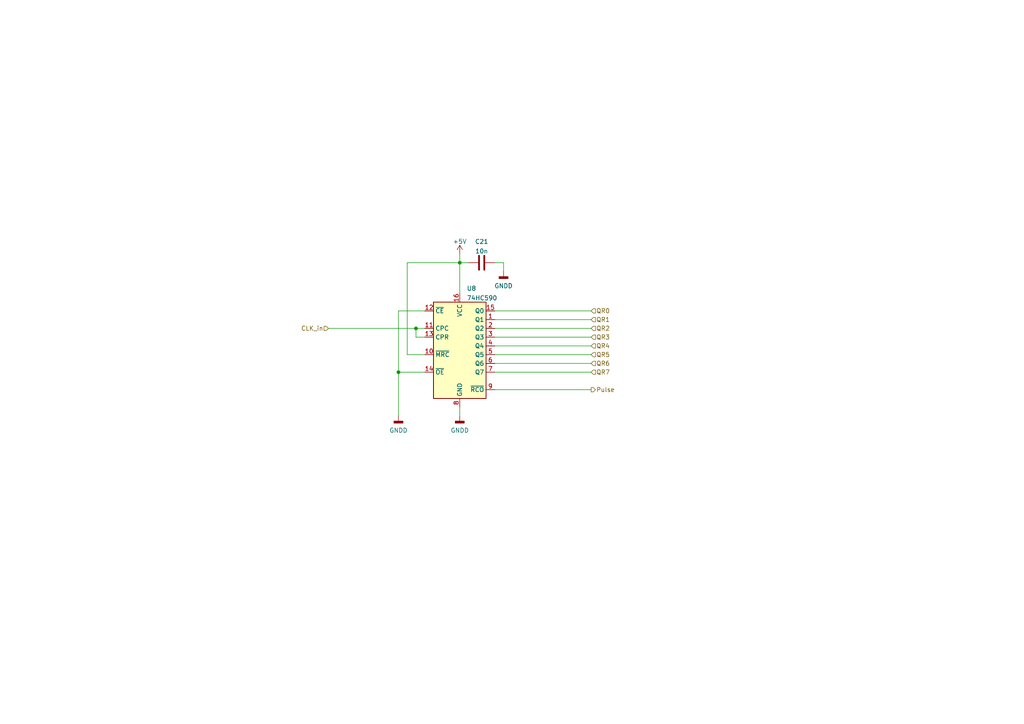
<source format=kicad_sch>
(kicad_sch (version 20211123) (generator eeschema)
  (paper "A4")
  (lib_symbols
    (symbol "74xx:74HC590"
      (property "Reference" "U" (at -7.62 16.51 0))
      (property "Value" "74HC590" (at -7.62 -13.97 0))
      (symbol "74HC590_1_0"
        (pin tri_state line (at 10.16 10.16 180) (length 2.54) (name "Q1") (number "1"))
        (pin input line (at -10.16 0 0) (length 2.54) (name "~{MRC}") (number "10"))
        (pin input line (at -10.16 7.62 0) (length 2.54) (name "CPC") (number "11"))
        (pin input line (at -10.16 12.7 0) (length 2.54) (name "~{CE}") (number "12"))
        (pin input line (at -10.16 5.08 0) (length 2.54) (name "CPR") (number "13"))
        (pin input line (at -10.16 -5.08 0) (length 2.54) (name "~{OE}") (number "14"))
        (pin tri_state line (at 10.16 12.7 180) (length 2.54) (name "Q0") (number "15"))
        (pin power_in line (at 0 17.78 270) (length 2.54) (name "VCC") (number "16"))
        (pin tri_state line (at 10.16 7.62 180) (length 2.54) (name "Q2") (number "2"))
        (pin tri_state line (at 10.16 5.08 180) (length 2.54) (name "Q3") (number "3"))
        (pin tri_state line (at 10.16 2.54 180) (length 2.54) (name "Q4") (number "4"))
        (pin tri_state line (at 10.16 0 180) (length 2.54) (name "Q5") (number "5"))
        (pin tri_state line (at 10.16 -2.54 180) (length 2.54) (name "Q6") (number "6"))
        (pin tri_state line (at 10.16 -5.08 180) (length 2.54) (name "Q7") (number "7"))
        (pin power_in line (at 0 -15.24 90) (length 2.54) (name "GND") (number "8"))
        (pin output line (at 10.16 -10.16 180) (length 2.54) (name "~{RCO}") (number "9"))
      )
      (symbol "74HC590_1_1"
        (rectangle (start -7.62 15.24) (end 7.62 -12.7) (stroke (width 0.254)) (fill (type background)))
      )
    )
    (symbol "Device:C" (pin_numbers hide) (pin_names (offset 0.254))
      (property "Reference" "C" (at 0.635 2.54 0))
      (property "Value" "C" (at 0.635 -2.54 0))
      (symbol "C_0_1"
        (polyline (pts (xy -2.032 -0.762) (xy 2.032 -0.762)) (stroke (width 0.508)))
        (polyline (pts (xy -2.032 0.762) (xy 2.032 0.762)) (stroke (width 0.508)))
      )
      (symbol "C_1_1"
        (pin passive line (at 0 3.81 270) (length 2.794) (name "~") (number "1"))
        (pin passive line (at 0 -3.81 90) (length 2.794) (name "~") (number "2"))
      )
    )
    (symbol "power:+5V" (power) (pin_names (offset 0))
      (property "Value" "+5V" (at 0 3.556 0))
      (symbol "+5V_0_1"
        (polyline (pts (xy -0.762 1.27) (xy 0 2.54)))
        (polyline (pts (xy 0 0) (xy 0 2.54)))
        (polyline (pts (xy 0 2.54) (xy 0.762 1.27)))
      )
      (symbol "+5V_1_1"
        (pin power_in line (at 0 0 90) (length 0) hide (name "+5V") (number "1"))
      )
    )
    (symbol "power:GNDD" (power) (pin_names (offset 0))
      (property "Value" "GNDD" (at 0 -3.175 0))
      (symbol "GNDD_0_1"
        (rectangle (start -1.27 -1.524) (end 1.27 -2.032) (stroke (width 0.254)) (fill (type outline)))
        (polyline (pts (xy 0 0) (xy 0 -1.524)))
      )
      (symbol "GNDD_1_1"
        (pin power_in line (at 0 0 270) (length 0) hide (name "GNDD") (number "1"))
      )
    )
  )
  (junction (at 120.65 95.25))
  (junction (at 133.35 76.2))
  (junction (at 115.57 107.95))
  (wire (pts (xy 143.51 113.03) (xy 171.45 113.03)))
  (wire (pts (xy 115.57 107.95) (xy 115.57 120.65)))
  (wire (pts (xy 118.11 102.87) (xy 118.11 76.2)))
  (wire (pts (xy 143.51 95.25) (xy 171.45 95.25)))
  (wire (pts (xy 133.35 73.66) (xy 133.35 76.2)))
  (wire (pts (xy 143.51 107.95) (xy 171.45 107.95)))
  (wire (pts (xy 143.51 102.87) (xy 171.45 102.87)))
  (wire (pts (xy 143.51 90.17) (xy 171.45 90.17)))
  (wire (pts (xy 115.57 90.17) (xy 115.57 107.95)))
  (wire (pts (xy 143.51 97.79) (xy 171.45 97.79)))
  (wire (pts (xy 146.05 76.2) (xy 146.05 78.74)))
  (wire (pts (xy 118.11 76.2) (xy 133.35 76.2)))
  (wire (pts (xy 143.51 92.71) (xy 171.45 92.71)))
  (wire (pts (xy 133.35 76.2) (xy 133.35 85.09)))
  (wire (pts (xy 95.25 95.25) (xy 120.65 95.25)))
  (wire (pts (xy 123.19 90.17) (xy 115.57 90.17)))
  (wire (pts (xy 120.65 97.79) (xy 120.65 95.25)))
  (wire (pts (xy 123.19 102.87) (xy 118.11 102.87)))
  (wire (pts (xy 123.19 107.95) (xy 115.57 107.95)))
  (wire (pts (xy 143.51 76.2) (xy 146.05 76.2)))
  (wire (pts (xy 133.35 118.11) (xy 133.35 120.65)))
  (wire (pts (xy 143.51 100.33) (xy 171.45 100.33)))
  (wire (pts (xy 123.19 97.79) (xy 120.65 97.79)))
  (wire (pts (xy 120.65 95.25) (xy 123.19 95.25)))
  (wire (pts (xy 135.89 76.2) (xy 133.35 76.2)))
  (wire (pts (xy 143.51 105.41) (xy 171.45 105.41)))
  (hierarchical_label "QR7" (shape input) (at 171.45 107.95 0))
  (hierarchical_label "QR6" (shape input) (at 171.45 105.41 0))
  (hierarchical_label "Pulse" (shape output) (at 171.45 113.03 0))
  (hierarchical_label "QR5" (shape input) (at 171.45 102.87 0))
  (hierarchical_label "QR2" (shape input) (at 171.45 95.25 0))
  (hierarchical_label "QR3" (shape input) (at 171.45 97.79 0))
  (hierarchical_label "QR0" (shape input) (at 171.45 90.17 0))
  (hierarchical_label "CLK_in" (shape input) (at 95.25 95.25 180))
  (hierarchical_label "QR4" (shape input) (at 171.45 100.33 0))
  (hierarchical_label "QR1" (shape input) (at 171.45 92.71 0))
  (symbol (lib_id "Device:C") (at 139.7 76.2 270) (unit 1)
    (property "Reference" "C21" (at 139.7 70.0745 90))
    (property "Value" "10n" (at 139.7 72.8496 90))
    (property "Footprint" "Custom Footprints:C_Disc_P2.54mm" (effects hide))
  )
  (symbol (lib_id "power:GNDD") (at 115.57 120.65 0) (unit 1)
    (property "Reference" "#PWR0105" (effects hide))
    (property "Value" "GNDD" (at 115.57 124.8315 0))
  )
  (symbol (lib_id "power:GNDD") (at 146.05 78.74 0) (unit 1)
    (property "Reference" "#PWR0102" (effects hide))
    (property "Value" "GNDD" (at 146.05 82.9215 0))
  )
  (symbol (lib_id "power:+5V") (at 133.35 73.66 0) (unit 1)
    (property "Reference" "#PWR0103" (effects hide))
    (property "Value" "+5V" (at 133.35 70.0555 0))
  )
  (symbol (lib_id "74xx:74HC590") (at 133.35 102.87 0) (unit 1)
    (property "Reference" "U8" (at 135.3694 83.6635 0) (effects (justify left)))
    (property "Value" "74HC590" (at 135.3694 86.4386 0) (effects (justify left)))
    (property "Footprint" "Custom Footprints:DIP-16_central_caps" (effects hide))
    (property "Datasheet" "https://assets.nexperia.com/documents/data-sheet/74HC590.pdf" (effects hide))
  )
  (symbol (lib_id "power:GNDD") (at 133.35 120.65 0) (unit 1)
    (property "Reference" "#PWR0104" (effects hide))
    (property "Value" "GNDD" (at 133.35 124.8315 0))
  )
)
</source>
